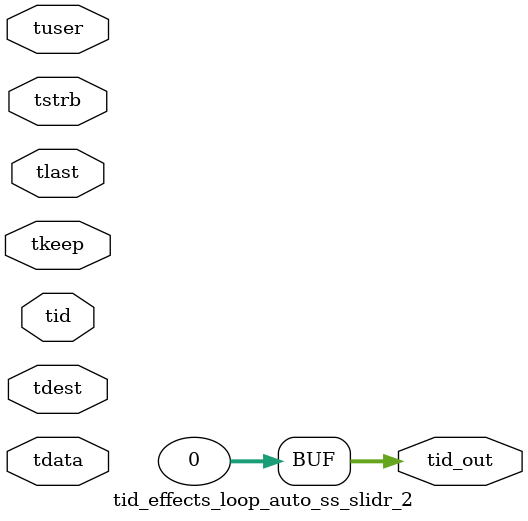
<source format=v>


`timescale 1ps/1ps

module tid_effects_loop_auto_ss_slidr_2 #
(
parameter C_S_AXIS_TID_WIDTH   = 1,
parameter C_S_AXIS_TUSER_WIDTH = 0,
parameter C_S_AXIS_TDATA_WIDTH = 0,
parameter C_S_AXIS_TDEST_WIDTH = 0,
parameter C_M_AXIS_TID_WIDTH   = 32
)
(
input  [(C_S_AXIS_TID_WIDTH   == 0 ? 1 : C_S_AXIS_TID_WIDTH)-1:0       ] tid,
input  [(C_S_AXIS_TDATA_WIDTH == 0 ? 1 : C_S_AXIS_TDATA_WIDTH)-1:0     ] tdata,
input  [(C_S_AXIS_TUSER_WIDTH == 0 ? 1 : C_S_AXIS_TUSER_WIDTH)-1:0     ] tuser,
input  [(C_S_AXIS_TDEST_WIDTH == 0 ? 1 : C_S_AXIS_TDEST_WIDTH)-1:0     ] tdest,
input  [(C_S_AXIS_TDATA_WIDTH/8)-1:0 ] tkeep,
input  [(C_S_AXIS_TDATA_WIDTH/8)-1:0 ] tstrb,
input                                                                    tlast,
output [(C_M_AXIS_TID_WIDTH   == 0 ? 1 : C_M_AXIS_TID_WIDTH)-1:0       ] tid_out
);

assign tid_out = {1'b0};

endmodule


</source>
